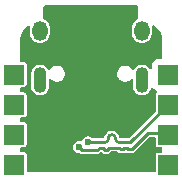
<source format=gbr>
%TF.GenerationSoftware,KiCad,Pcbnew,8.0.3*%
%TF.CreationDate,2024-10-09T18:17:50-05:00*%
%TF.ProjectId,udb-s,7564622d-732e-46b6-9963-61645f706362,rev?*%
%TF.SameCoordinates,Original*%
%TF.FileFunction,Copper,L2,Bot*%
%TF.FilePolarity,Positive*%
%FSLAX46Y46*%
G04 Gerber Fmt 4.6, Leading zero omitted, Abs format (unit mm)*
G04 Created by KiCad (PCBNEW 8.0.3) date 2024-10-09 18:17:50*
%MOMM*%
%LPD*%
G01*
G04 APERTURE LIST*
G04 Aperture macros list*
%AMOutline4P*
0 Free polygon, 4 corners , with rotation*
0 The origin of the aperture is its center*
0 number of corners: always 4*
0 $1 to $8 corner X, Y*
0 $9 Rotation angle, in degrees counterclockwise*
0 create outline with 4 corners*
4,1,4,$1,$2,$3,$4,$5,$6,$7,$8,$1,$2,$9*%
G04 Aperture macros list end*
%TA.AperFunction,ComponentPad*%
%ADD10O,1.100000X2.200000*%
%TD*%
%TA.AperFunction,ComponentPad*%
%ADD11O,1.300000X1.700000*%
%TD*%
%TA.AperFunction,ComponentPad*%
%ADD12R,1.680000X1.680000*%
%TD*%
%TA.AperFunction,ComponentPad*%
%ADD13Outline4P,-0.840000X-0.840000X0.840000X-0.840000X0.840000X0.840000X-0.840000X0.840000X180.000000*%
%TD*%
%TA.AperFunction,ViaPad*%
%ADD14C,0.600000*%
%TD*%
%TA.AperFunction,Conductor*%
%ADD15C,0.300000*%
%TD*%
%TA.AperFunction,Conductor*%
%ADD16C,0.250000*%
%TD*%
G04 APERTURE END LIST*
D10*
%TO.P,J1,S1,SHIELD*%
%TO.N,GNDPWR*%
X133606000Y-83643500D03*
D11*
X133606000Y-79463500D03*
D10*
X124966000Y-83643500D03*
D11*
X124966000Y-79463500D03*
%TD*%
D12*
%TO.P,J3,1,Pin_1*%
%TO.N,unconnected-(J3-Pad1)*%
X122790000Y-83190000D03*
%TO.P,J3,2,Pin_2*%
%TO.N,unconnected-(J3-Pad2)*%
X122790000Y-85740000D03*
%TO.P,J3,3,Pin_3*%
%TO.N,unconnected-(J3-Pad3)*%
X122790000Y-88275000D03*
%TO.P,J3,4,Pin_4*%
%TO.N,unconnected-(J3-Pad4)*%
X122790000Y-90810000D03*
%TD*%
D13*
%TO.P,J2,1,Pin_1*%
%TO.N,5V*%
X135800000Y-90830000D03*
%TO.P,J2,2,Pin_2*%
%TO.N,D+*%
X135800000Y-88280000D03*
D12*
%TO.P,J2,3,Pin_3*%
%TO.N,D-*%
X135800000Y-85745000D03*
%TO.P,J2,4,Pin_4*%
%TO.N,GND*%
X135800000Y-83210000D03*
%TD*%
D14*
%TO.N,GND*%
X123930000Y-84430000D03*
X134490000Y-89430000D03*
X127690000Y-90390000D03*
X129280000Y-81290000D03*
X127100000Y-88700000D03*
X125656561Y-85644906D03*
X130530000Y-90390000D03*
X134340000Y-81010000D03*
X133430000Y-85880000D03*
X129290829Y-86340000D03*
%TO.N,D+*%
X128267444Y-89320240D03*
%TO.N,D-*%
X129020440Y-88924982D03*
%TD*%
D15*
%TO.N,GND*%
X133300000Y-90620000D02*
X132360000Y-90620000D01*
X134060000Y-81290000D02*
X129280000Y-81290000D01*
X126201467Y-85100000D02*
X132650000Y-85100000D01*
X132360000Y-90620000D02*
X132130000Y-90390000D01*
X125144906Y-85644906D02*
X125656561Y-85644906D01*
X132650000Y-85100000D02*
X133430000Y-85880000D01*
X132130000Y-90390000D02*
X127690000Y-90390000D01*
X134490000Y-89430000D02*
X133300000Y-90620000D01*
X134340000Y-81010000D02*
X134060000Y-81290000D01*
X123930000Y-84430000D02*
X125144906Y-85644906D01*
X125656561Y-85644906D02*
X126201467Y-85100000D01*
D16*
%TO.N,D+*%
X132750693Y-89479307D02*
X132439307Y-89479307D01*
X128527204Y-89580000D02*
X128267444Y-89320240D01*
X132340000Y-89380000D02*
X132100000Y-89380000D01*
X135660000Y-88140000D02*
X134090000Y-88140000D01*
X130314502Y-89374502D02*
X130020000Y-89374502D01*
X130640000Y-89550000D02*
X130490000Y-89550000D01*
X130020000Y-89374502D02*
X129814502Y-89580000D01*
X131684502Y-89374502D02*
X130815498Y-89374502D01*
X132100000Y-89380000D02*
X131960000Y-89520000D01*
X134090000Y-88140000D02*
X132750693Y-89479307D01*
X132439307Y-89479307D02*
X132340000Y-89380000D01*
X129814502Y-89580000D02*
X128527204Y-89580000D01*
X130490000Y-89550000D02*
X130314502Y-89374502D01*
X135800000Y-88280000D02*
X135660000Y-88140000D01*
X130815498Y-89374502D02*
X130640000Y-89550000D01*
X131830000Y-89520000D02*
X131684502Y-89374502D01*
X131960000Y-89520000D02*
X131830000Y-89520000D01*
%TO.N,D-*%
X130754982Y-88566250D02*
X130754982Y-88624982D01*
X131354982Y-88624982D02*
X131354982Y-88566250D01*
X132620018Y-88924982D02*
X131654982Y-88924982D01*
X130454982Y-88924982D02*
X129020440Y-88924982D01*
X135800000Y-85745000D02*
X132620018Y-88924982D01*
X130754982Y-88624982D02*
G75*
G02*
X130454982Y-88924982I-299982J-18D01*
G01*
X131354982Y-88566250D02*
G75*
G03*
X131054982Y-88266318I-299982J-50D01*
G01*
X131054982Y-88266250D02*
G75*
G03*
X130754950Y-88566250I18J-300050D01*
G01*
X131654982Y-88924982D02*
G75*
G02*
X131355018Y-88624982I18J299982D01*
G01*
%TD*%
%TA.AperFunction,Conductor*%
%TO.N,GND*%
G36*
X133235828Y-77372879D02*
G01*
X133272771Y-77460922D01*
X133279774Y-78266246D01*
X133279366Y-78277536D01*
X133273591Y-78348670D01*
X133273592Y-78348671D01*
X133274786Y-78352378D01*
X133280849Y-78389906D01*
X133280896Y-78395272D01*
X133244773Y-78484688D01*
X133217902Y-78505495D01*
X133083782Y-78582930D01*
X133083774Y-78582936D01*
X132925436Y-78741274D01*
X132925428Y-78741284D01*
X132813462Y-78935214D01*
X132813459Y-78935221D01*
X132785019Y-79041362D01*
X132755500Y-79151530D01*
X132755500Y-79775470D01*
X132797928Y-79933816D01*
X132813459Y-79991778D01*
X132813462Y-79991785D01*
X132925428Y-80185715D01*
X132925436Y-80185725D01*
X133083774Y-80344063D01*
X133083779Y-80344067D01*
X133083781Y-80344069D01*
X133083782Y-80344070D01*
X133083784Y-80344071D01*
X133220105Y-80422776D01*
X133277719Y-80456040D01*
X133494030Y-80514000D01*
X133494032Y-80514000D01*
X133717968Y-80514000D01*
X133717970Y-80514000D01*
X133934281Y-80456040D01*
X134128219Y-80344069D01*
X134286569Y-80185719D01*
X134398540Y-79991781D01*
X134456500Y-79775470D01*
X134456500Y-79151530D01*
X134456500Y-79149850D01*
X134493405Y-79060755D01*
X134582500Y-79023850D01*
X134662432Y-79052449D01*
X134861335Y-79215683D01*
X134878798Y-79233146D01*
X135045253Y-79435969D01*
X135058975Y-79456505D01*
X135182657Y-79687892D01*
X135192109Y-79710708D01*
X135268277Y-79961788D01*
X135273096Y-79986013D01*
X135299393Y-80252955D01*
X135300000Y-80265308D01*
X135300000Y-81736000D01*
X135263095Y-81825095D01*
X135174000Y-81862000D01*
X134909965Y-81862000D01*
X134761788Y-81891474D01*
X134593753Y-82003753D01*
X134481474Y-82171788D01*
X134452000Y-82319965D01*
X134452000Y-82587577D01*
X134415095Y-82676672D01*
X134326000Y-82713577D01*
X134236905Y-82676672D01*
X134216881Y-82650577D01*
X134206551Y-82632685D01*
X134206543Y-82632675D01*
X134066824Y-82492956D01*
X134066814Y-82492948D01*
X133895686Y-82394147D01*
X133895683Y-82394146D01*
X133895682Y-82394145D01*
X133895680Y-82394144D01*
X133895679Y-82394144D01*
X133844532Y-82380439D01*
X133704805Y-82343000D01*
X133507195Y-82343000D01*
X133404907Y-82370407D01*
X133316320Y-82394144D01*
X133316313Y-82394147D01*
X133145185Y-82492948D01*
X133145175Y-82492956D01*
X133005456Y-82632675D01*
X133005450Y-82632682D01*
X132951044Y-82726917D01*
X132874536Y-82785623D01*
X132778924Y-82773035D01*
X132732805Y-82726914D01*
X132716537Y-82698736D01*
X132716536Y-82698734D01*
X132716535Y-82698733D01*
X132716533Y-82698731D01*
X132716529Y-82698726D01*
X132590773Y-82572970D01*
X132590763Y-82572962D01*
X132436737Y-82484035D01*
X132416439Y-82478596D01*
X132264931Y-82438000D01*
X132087069Y-82438000D01*
X131981922Y-82466173D01*
X131915262Y-82484035D01*
X131761236Y-82572962D01*
X131761226Y-82572970D01*
X131635470Y-82698726D01*
X131635462Y-82698736D01*
X131546535Y-82852762D01*
X131546534Y-82852767D01*
X131500500Y-83024569D01*
X131500500Y-83202431D01*
X131529177Y-83309456D01*
X131546535Y-83374237D01*
X131635462Y-83528263D01*
X131635470Y-83528273D01*
X131761226Y-83654029D01*
X131761231Y-83654033D01*
X131761233Y-83654035D01*
X131761234Y-83654036D01*
X131761236Y-83654037D01*
X131915262Y-83742964D01*
X131915264Y-83742964D01*
X131915267Y-83742966D01*
X132087069Y-83789000D01*
X132087071Y-83789000D01*
X132264929Y-83789000D01*
X132264931Y-83789000D01*
X132436733Y-83742966D01*
X132436736Y-83742964D01*
X132436737Y-83742964D01*
X132522423Y-83693493D01*
X132590767Y-83654035D01*
X132610922Y-83633880D01*
X132640405Y-83604398D01*
X132729500Y-83567493D01*
X132818595Y-83604398D01*
X132855500Y-83693493D01*
X132855500Y-84292305D01*
X132883269Y-84395942D01*
X132906644Y-84483179D01*
X132906647Y-84483186D01*
X133005448Y-84654314D01*
X133005456Y-84654324D01*
X133145175Y-84794043D01*
X133145180Y-84794047D01*
X133145182Y-84794049D01*
X133145183Y-84794050D01*
X133145185Y-84794051D01*
X133201854Y-84826769D01*
X133316318Y-84892855D01*
X133507195Y-84944000D01*
X133507197Y-84944000D01*
X133704803Y-84944000D01*
X133704805Y-84944000D01*
X133895682Y-84892855D01*
X134066818Y-84794049D01*
X134206549Y-84654318D01*
X134305355Y-84483182D01*
X134328731Y-84395940D01*
X134387437Y-84319434D01*
X134483048Y-84306846D01*
X134555202Y-84358551D01*
X134593752Y-84416245D01*
X134761788Y-84528524D01*
X134772265Y-84530609D01*
X134852448Y-84584186D01*
X134871262Y-84678770D01*
X134823220Y-84750671D01*
X134824222Y-84751673D01*
X134819185Y-84756709D01*
X134817687Y-84758952D01*
X134815447Y-84760448D01*
X134771133Y-84826768D01*
X134771132Y-84826771D01*
X134759500Y-84885249D01*
X134759500Y-86272983D01*
X134722595Y-86362078D01*
X132522096Y-88562577D01*
X132433001Y-88599482D01*
X131806536Y-88599482D01*
X131717441Y-88562577D01*
X131680536Y-88473505D01*
X131680535Y-88473295D01*
X131680535Y-88467125D01*
X131619278Y-88278690D01*
X131564542Y-88203372D01*
X131502797Y-88118408D01*
X131502795Y-88118406D01*
X131502794Y-88118405D01*
X131342482Y-88001956D01*
X131342479Y-88001955D01*
X131342475Y-88001953D01*
X131154033Y-87940742D01*
X131054962Y-87940750D01*
X131054960Y-87940750D01*
X130966732Y-87940754D01*
X130966459Y-87940785D01*
X130955901Y-87940785D01*
X130767489Y-88002008D01*
X130767483Y-88002011D01*
X130607203Y-88118454D01*
X130607201Y-88118456D01*
X130490741Y-88278723D01*
X130429495Y-88467136D01*
X130429495Y-88473497D01*
X130392580Y-88562588D01*
X130303495Y-88599482D01*
X129468811Y-88599482D01*
X129393449Y-88568265D01*
X129391598Y-88571036D01*
X129215725Y-88453522D01*
X129020440Y-88414677D01*
X128825154Y-88453522D01*
X128659599Y-88564141D01*
X128548980Y-88729696D01*
X128548979Y-88729699D01*
X128547491Y-88737178D01*
X128493909Y-88817359D01*
X128399332Y-88836169D01*
X128267444Y-88809935D01*
X128072158Y-88848780D01*
X127906603Y-88959399D01*
X127795984Y-89124954D01*
X127757139Y-89320240D01*
X127795984Y-89515525D01*
X127906603Y-89681080D01*
X127965341Y-89720327D01*
X128072159Y-89791700D01*
X128267444Y-89830545D01*
X128267444Y-89830544D01*
X128279616Y-89832966D01*
X128279328Y-89834410D01*
X128336588Y-89851780D01*
X128342822Y-89855945D01*
X128342823Y-89855946D01*
X128462458Y-89905500D01*
X129879248Y-89905500D01*
X129998883Y-89855946D01*
X130078155Y-89776673D01*
X130167249Y-89739768D01*
X130256344Y-89776672D01*
X130305617Y-89825945D01*
X130305618Y-89825945D01*
X130305619Y-89825946D01*
X130425254Y-89875501D01*
X130569413Y-89875501D01*
X130569421Y-89875500D01*
X130704746Y-89875500D01*
X130824381Y-89825946D01*
X130913420Y-89736906D01*
X131002514Y-89700002D01*
X131497484Y-89700002D01*
X131586579Y-89736907D01*
X131645615Y-89795943D01*
X131645619Y-89795946D01*
X131765254Y-89845500D01*
X132024746Y-89845500D01*
X132144381Y-89795946D01*
X132145995Y-89794331D01*
X132148105Y-89793457D01*
X132154700Y-89789051D01*
X132155576Y-89790362D01*
X132235084Y-89757420D01*
X132283311Y-89767010D01*
X132374561Y-89804807D01*
X132815439Y-89804807D01*
X132935074Y-89755253D01*
X134187922Y-88502405D01*
X134277017Y-88465500D01*
X134633500Y-88465500D01*
X134722595Y-88502405D01*
X134759500Y-88591500D01*
X134759500Y-89139750D01*
X134770137Y-89193228D01*
X134771133Y-89198231D01*
X134815448Y-89264552D01*
X134881769Y-89308867D01*
X134940252Y-89320500D01*
X135174000Y-89320500D01*
X135263095Y-89357405D01*
X135300000Y-89446500D01*
X135300000Y-89663500D01*
X135263095Y-89752595D01*
X135174000Y-89789500D01*
X134940249Y-89789500D01*
X134881771Y-89801132D01*
X134881768Y-89801133D01*
X134815448Y-89845448D01*
X134771133Y-89911768D01*
X134771132Y-89911771D01*
X134759500Y-89970249D01*
X134759500Y-91324000D01*
X134722595Y-91413095D01*
X134633500Y-91450000D01*
X123956500Y-91450000D01*
X123867405Y-91413095D01*
X123830500Y-91324000D01*
X123830500Y-89950253D01*
X123830499Y-89950249D01*
X123822845Y-89911771D01*
X123818867Y-89891769D01*
X123774552Y-89825448D01*
X123708231Y-89781133D01*
X123708228Y-89781132D01*
X123649750Y-89769500D01*
X123649748Y-89769500D01*
X123416000Y-89769500D01*
X123326905Y-89732595D01*
X123290000Y-89643500D01*
X123290000Y-89441500D01*
X123326905Y-89352405D01*
X123416000Y-89315500D01*
X123649747Y-89315500D01*
X123649748Y-89315500D01*
X123708231Y-89303867D01*
X123774552Y-89259552D01*
X123818867Y-89193231D01*
X123830500Y-89134748D01*
X123830500Y-87415252D01*
X123818867Y-87356769D01*
X123774552Y-87290448D01*
X123708231Y-87246133D01*
X123708228Y-87246132D01*
X123649750Y-87234500D01*
X123649748Y-87234500D01*
X123416000Y-87234500D01*
X123326905Y-87197595D01*
X123290000Y-87108500D01*
X123290000Y-86906500D01*
X123326905Y-86817405D01*
X123416000Y-86780500D01*
X123649747Y-86780500D01*
X123649748Y-86780500D01*
X123708231Y-86768867D01*
X123774552Y-86724552D01*
X123818867Y-86658231D01*
X123830500Y-86599748D01*
X123830500Y-84880252D01*
X123818867Y-84821769D01*
X123774552Y-84755448D01*
X123708231Y-84711133D01*
X123708228Y-84711132D01*
X123649750Y-84699500D01*
X123649748Y-84699500D01*
X123416000Y-84699500D01*
X123326905Y-84662595D01*
X123290000Y-84573500D01*
X123290000Y-84356500D01*
X123326905Y-84267405D01*
X123416000Y-84230500D01*
X123649747Y-84230500D01*
X123649748Y-84230500D01*
X123708231Y-84218867D01*
X123774552Y-84174552D01*
X123818867Y-84108231D01*
X123830500Y-84049748D01*
X123830500Y-82994695D01*
X124215500Y-82994695D01*
X124215500Y-84292305D01*
X124243269Y-84395942D01*
X124266644Y-84483179D01*
X124266647Y-84483186D01*
X124365448Y-84654314D01*
X124365456Y-84654324D01*
X124505175Y-84794043D01*
X124505180Y-84794047D01*
X124505182Y-84794049D01*
X124505183Y-84794050D01*
X124505185Y-84794051D01*
X124561854Y-84826769D01*
X124676318Y-84892855D01*
X124867195Y-84944000D01*
X124867197Y-84944000D01*
X125064803Y-84944000D01*
X125064805Y-84944000D01*
X125255682Y-84892855D01*
X125426818Y-84794049D01*
X125566549Y-84654318D01*
X125665355Y-84483182D01*
X125716500Y-84292305D01*
X125716500Y-83693493D01*
X125753405Y-83604398D01*
X125842500Y-83567493D01*
X125931595Y-83604398D01*
X125981226Y-83654029D01*
X125981231Y-83654033D01*
X125981233Y-83654035D01*
X125981234Y-83654036D01*
X125981236Y-83654037D01*
X126135262Y-83742964D01*
X126135264Y-83742964D01*
X126135267Y-83742966D01*
X126307069Y-83789000D01*
X126307071Y-83789000D01*
X126484929Y-83789000D01*
X126484931Y-83789000D01*
X126656733Y-83742966D01*
X126656736Y-83742964D01*
X126656737Y-83742964D01*
X126742423Y-83693493D01*
X126810767Y-83654035D01*
X126936535Y-83528267D01*
X127025466Y-83374233D01*
X127071500Y-83202431D01*
X127071500Y-83024569D01*
X127025466Y-82852767D01*
X127025464Y-82852764D01*
X127025464Y-82852762D01*
X126936537Y-82698736D01*
X126936536Y-82698734D01*
X126936535Y-82698733D01*
X126936533Y-82698731D01*
X126936529Y-82698726D01*
X126810773Y-82572970D01*
X126810763Y-82572962D01*
X126656737Y-82484035D01*
X126636439Y-82478596D01*
X126484931Y-82438000D01*
X126307069Y-82438000D01*
X126201922Y-82466173D01*
X126135262Y-82484035D01*
X125981236Y-82572962D01*
X125981226Y-82572970D01*
X125855470Y-82698726D01*
X125855464Y-82698734D01*
X125839193Y-82726917D01*
X125762684Y-82785623D01*
X125667073Y-82773035D01*
X125620955Y-82726916D01*
X125604685Y-82698736D01*
X125566549Y-82632682D01*
X125566547Y-82632680D01*
X125566543Y-82632675D01*
X125426824Y-82492956D01*
X125426814Y-82492948D01*
X125255686Y-82394147D01*
X125255683Y-82394146D01*
X125255682Y-82394145D01*
X125255680Y-82394144D01*
X125255679Y-82394144D01*
X125204532Y-82380439D01*
X125064805Y-82343000D01*
X124867195Y-82343000D01*
X124764907Y-82370407D01*
X124676320Y-82394144D01*
X124676313Y-82394147D01*
X124505185Y-82492948D01*
X124505175Y-82492956D01*
X124365456Y-82632675D01*
X124365448Y-82632685D01*
X124266647Y-82803813D01*
X124266644Y-82803820D01*
X124253529Y-82852767D01*
X124215500Y-82994695D01*
X123830500Y-82994695D01*
X123830500Y-82330252D01*
X123818867Y-82271769D01*
X123774552Y-82205448D01*
X123708231Y-82161133D01*
X123708228Y-82161132D01*
X123649750Y-82149500D01*
X123649748Y-82149500D01*
X123416000Y-82149500D01*
X123326905Y-82112595D01*
X123290000Y-82023500D01*
X123290000Y-80271187D01*
X123290607Y-80258837D01*
X123299796Y-80165544D01*
X123316933Y-79991540D01*
X123321749Y-79967325D01*
X123397917Y-79716233D01*
X123407361Y-79693432D01*
X123531049Y-79462029D01*
X123544765Y-79441502D01*
X123711221Y-79238675D01*
X123728682Y-79221216D01*
X123909567Y-79072768D01*
X124001850Y-79044774D01*
X124086899Y-79090234D01*
X124115500Y-79170167D01*
X124115500Y-79775470D01*
X124157928Y-79933816D01*
X124173459Y-79991778D01*
X124173462Y-79991785D01*
X124285428Y-80185715D01*
X124285436Y-80185725D01*
X124443774Y-80344063D01*
X124443779Y-80344067D01*
X124443781Y-80344069D01*
X124443782Y-80344070D01*
X124443784Y-80344071D01*
X124580105Y-80422776D01*
X124637719Y-80456040D01*
X124854030Y-80514000D01*
X124854032Y-80514000D01*
X125077968Y-80514000D01*
X125077970Y-80514000D01*
X125294281Y-80456040D01*
X125488219Y-80344069D01*
X125646569Y-80185719D01*
X125758540Y-79991781D01*
X125816500Y-79775470D01*
X125816500Y-79151530D01*
X125758540Y-78935219D01*
X125646569Y-78741281D01*
X125646567Y-78741279D01*
X125646563Y-78741274D01*
X125488225Y-78582936D01*
X125488215Y-78582928D01*
X125399510Y-78531714D01*
X125317942Y-78484620D01*
X125259236Y-78408114D01*
X125254943Y-78375417D01*
X125254958Y-78354890D01*
X125256871Y-78333126D01*
X125262713Y-78300000D01*
X125256954Y-78267347D01*
X125255040Y-78245373D01*
X125255111Y-78151205D01*
X125255622Y-77465746D01*
X125292593Y-77376679D01*
X125381559Y-77339841D01*
X133146715Y-77336018D01*
X133235828Y-77372879D01*
G37*
%TD.AperFunction*%
%TD*%
M02*

</source>
